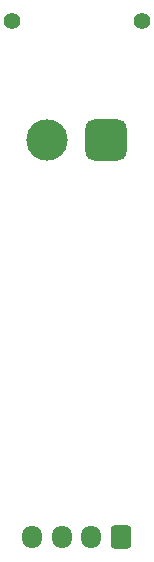
<source format=gbr>
%TF.GenerationSoftware,KiCad,Pcbnew,9.0.0*%
%TF.CreationDate,2025-04-10T00:07:50-07:00*%
%TF.ProjectId,RP2350_60QFN_minimal,52503233-3530-45f3-9630-51464e5f6d69,rev?*%
%TF.SameCoordinates,Original*%
%TF.FileFunction,Soldermask,Bot*%
%TF.FilePolarity,Negative*%
%FSLAX46Y46*%
G04 Gerber Fmt 4.6, Leading zero omitted, Abs format (unit mm)*
G04 Created by KiCad (PCBNEW 9.0.0) date 2025-04-10 00:07:50*
%MOMM*%
%LPD*%
G01*
G04 APERTURE LIST*
G04 Aperture macros list*
%AMRoundRect*
0 Rectangle with rounded corners*
0 $1 Rounding radius*
0 $2 $3 $4 $5 $6 $7 $8 $9 X,Y pos of 4 corners*
0 Add a 4 corners polygon primitive as box body*
4,1,4,$2,$3,$4,$5,$6,$7,$8,$9,$2,$3,0*
0 Add four circle primitives for the rounded corners*
1,1,$1+$1,$2,$3*
1,1,$1+$1,$4,$5*
1,1,$1+$1,$6,$7*
1,1,$1+$1,$8,$9*
0 Add four rect primitives between the rounded corners*
20,1,$1+$1,$2,$3,$4,$5,0*
20,1,$1+$1,$4,$5,$6,$7,0*
20,1,$1+$1,$6,$7,$8,$9,0*
20,1,$1+$1,$8,$9,$2,$3,0*%
G04 Aperture macros list end*
%ADD10RoundRect,0.250000X0.600000X0.725000X-0.600000X0.725000X-0.600000X-0.725000X0.600000X-0.725000X0*%
%ADD11O,1.700000X1.950000*%
%ADD12C,1.400000*%
%ADD13RoundRect,0.770000X-0.980000X-0.980000X0.980000X-0.980000X0.980000X0.980000X-0.980000X0.980000X0*%
%ADD14C,3.500000*%
G04 APERTURE END LIST*
D10*
%TO.C,J5*%
X26610000Y-64142500D03*
D11*
X24110000Y-64142500D03*
X21610000Y-64142500D03*
X19110000Y-64142500D03*
%TD*%
D12*
%TO.C,J1*%
X17400000Y-20480000D03*
X28400000Y-20480000D03*
D13*
X25400000Y-30480000D03*
D14*
X20400000Y-30480000D03*
%TD*%
M02*

</source>
